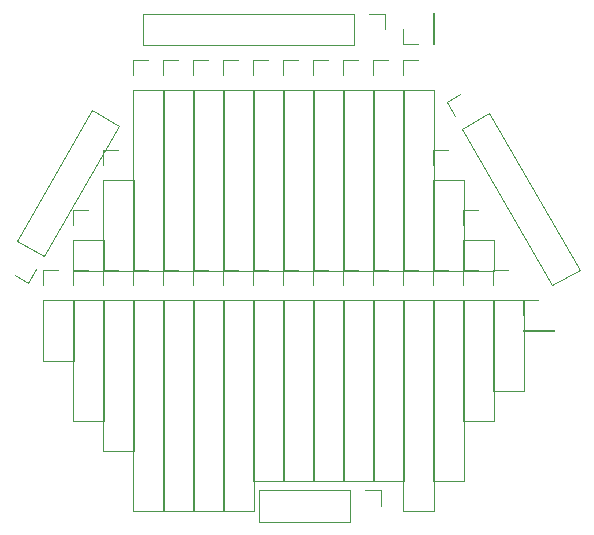
<source format=gbr>
G04 #@! TF.FileFunction,Legend,Top*
%FSLAX46Y46*%
G04 Gerber Fmt 4.6, Leading zero omitted, Abs format (unit mm)*
G04 Created by KiCad (PCBNEW 4.0.7-e2-6376~58~ubuntu14.04.1) date Sat Apr 21 17:00:56 2018*
%MOMM*%
%LPD*%
G01*
G04 APERTURE LIST*
%ADD10C,0.100000*%
%ADD11C,0.120000*%
G04 APERTURE END LIST*
D10*
D11*
X177370000Y-83670000D02*
X177370000Y-86330000D01*
X195210000Y-83670000D02*
X177370000Y-83670000D01*
X195210000Y-86330000D02*
X177370000Y-86330000D01*
X195210000Y-83670000D02*
X195210000Y-86330000D01*
X196480000Y-83670000D02*
X197810000Y-83670000D01*
X197810000Y-83670000D02*
X197810000Y-85000000D01*
X187190000Y-124010000D02*
X187190000Y-126670000D01*
X194870000Y-124010000D02*
X187190000Y-124010000D01*
X194870000Y-126670000D02*
X187190000Y-126670000D01*
X194870000Y-124010000D02*
X194870000Y-126670000D01*
X196140000Y-124010000D02*
X197470000Y-124010000D01*
X197470000Y-124010000D02*
X197470000Y-125340000D01*
X175336814Y-93173482D02*
X173033186Y-91843482D01*
X168956814Y-104223966D02*
X175336814Y-93173482D01*
X166653186Y-102893966D02*
X173033186Y-91843482D01*
X168956814Y-104223966D02*
X166653186Y-102893966D01*
X168321814Y-105323818D02*
X167656814Y-106475632D01*
X167656814Y-106475632D02*
X166505000Y-105810632D01*
X212023186Y-106665336D02*
X214326814Y-105335336D01*
X204373186Y-93415147D02*
X212023186Y-106665336D01*
X206676814Y-92085147D02*
X214326814Y-105335336D01*
X204373186Y-93415147D02*
X206676814Y-92085147D01*
X203738186Y-92315295D02*
X203073186Y-91163481D01*
X203073186Y-91163481D02*
X204225000Y-90498481D01*
X209490000Y-110550000D02*
X212150000Y-110550000D01*
X209490000Y-110490000D02*
X209490000Y-110550000D01*
X212150000Y-110490000D02*
X212150000Y-110550000D01*
X209490000Y-110490000D02*
X212150000Y-110490000D01*
X209490000Y-109220000D02*
X209490000Y-107890000D01*
X209490000Y-107890000D02*
X210820000Y-107890000D01*
X201990000Y-86260000D02*
X201990000Y-83600000D01*
X201930000Y-86260000D02*
X201990000Y-86260000D01*
X201930000Y-83600000D02*
X201990000Y-83600000D01*
X201930000Y-86260000D02*
X201930000Y-83600000D01*
X200660000Y-86260000D02*
X199330000Y-86260000D01*
X199330000Y-86260000D02*
X199330000Y-84930000D01*
X173930000Y-105470000D02*
X176590000Y-105470000D01*
X173930000Y-97790000D02*
X173930000Y-105470000D01*
X176590000Y-97790000D02*
X176590000Y-105470000D01*
X173930000Y-97790000D02*
X176590000Y-97790000D01*
X173930000Y-96520000D02*
X173930000Y-95190000D01*
X173930000Y-95190000D02*
X175260000Y-95190000D01*
X206950000Y-115630000D02*
X209610000Y-115630000D01*
X206950000Y-107950000D02*
X206950000Y-115630000D01*
X209610000Y-107950000D02*
X209610000Y-115630000D01*
X206950000Y-107950000D02*
X209610000Y-107950000D01*
X206950000Y-106680000D02*
X206950000Y-105350000D01*
X206950000Y-105350000D02*
X208280000Y-105350000D01*
X189170000Y-105470000D02*
X191830000Y-105470000D01*
X189170000Y-90170000D02*
X189170000Y-105470000D01*
X191830000Y-90170000D02*
X191830000Y-105470000D01*
X189170000Y-90170000D02*
X191830000Y-90170000D01*
X189170000Y-88900000D02*
X189170000Y-87570000D01*
X189170000Y-87570000D02*
X190500000Y-87570000D01*
X191710000Y-105470000D02*
X194370000Y-105470000D01*
X191710000Y-90170000D02*
X191710000Y-105470000D01*
X194370000Y-90170000D02*
X194370000Y-105470000D01*
X191710000Y-90170000D02*
X194370000Y-90170000D01*
X191710000Y-88900000D02*
X191710000Y-87570000D01*
X191710000Y-87570000D02*
X193040000Y-87570000D01*
X194250000Y-105470000D02*
X196910000Y-105470000D01*
X194250000Y-90170000D02*
X194250000Y-105470000D01*
X196910000Y-90170000D02*
X196910000Y-105470000D01*
X194250000Y-90170000D02*
X196910000Y-90170000D01*
X194250000Y-88900000D02*
X194250000Y-87570000D01*
X194250000Y-87570000D02*
X195580000Y-87570000D01*
X196790000Y-105470000D02*
X199450000Y-105470000D01*
X196790000Y-90170000D02*
X196790000Y-105470000D01*
X199450000Y-90170000D02*
X199450000Y-105470000D01*
X196790000Y-90170000D02*
X199450000Y-90170000D01*
X196790000Y-88900000D02*
X196790000Y-87570000D01*
X196790000Y-87570000D02*
X198120000Y-87570000D01*
X199330000Y-105470000D02*
X201990000Y-105470000D01*
X199330000Y-90170000D02*
X199330000Y-105470000D01*
X201990000Y-90170000D02*
X201990000Y-105470000D01*
X199330000Y-90170000D02*
X201990000Y-90170000D01*
X199330000Y-88900000D02*
X199330000Y-87570000D01*
X199330000Y-87570000D02*
X200660000Y-87570000D01*
X186630000Y-105470000D02*
X189290000Y-105470000D01*
X186630000Y-90170000D02*
X186630000Y-105470000D01*
X189290000Y-90170000D02*
X189290000Y-105470000D01*
X186630000Y-90170000D02*
X189290000Y-90170000D01*
X186630000Y-88900000D02*
X186630000Y-87570000D01*
X186630000Y-87570000D02*
X187960000Y-87570000D01*
X196790000Y-123250000D02*
X199450000Y-123250000D01*
X196790000Y-107950000D02*
X196790000Y-123250000D01*
X199450000Y-107950000D02*
X199450000Y-123250000D01*
X196790000Y-107950000D02*
X199450000Y-107950000D01*
X196790000Y-106680000D02*
X196790000Y-105350000D01*
X196790000Y-105350000D02*
X198120000Y-105350000D01*
X194250000Y-123250000D02*
X196910000Y-123250000D01*
X194250000Y-107950000D02*
X194250000Y-123250000D01*
X196910000Y-107950000D02*
X196910000Y-123250000D01*
X194250000Y-107950000D02*
X196910000Y-107950000D01*
X194250000Y-106680000D02*
X194250000Y-105350000D01*
X194250000Y-105350000D02*
X195580000Y-105350000D01*
X176470000Y-105470000D02*
X179130000Y-105470000D01*
X176470000Y-90170000D02*
X176470000Y-105470000D01*
X179130000Y-90170000D02*
X179130000Y-105470000D01*
X176470000Y-90170000D02*
X179130000Y-90170000D01*
X176470000Y-88900000D02*
X176470000Y-87570000D01*
X176470000Y-87570000D02*
X177800000Y-87570000D01*
X179010000Y-105470000D02*
X181670000Y-105470000D01*
X179010000Y-90170000D02*
X179010000Y-105470000D01*
X181670000Y-90170000D02*
X181670000Y-105470000D01*
X179010000Y-90170000D02*
X181670000Y-90170000D01*
X179010000Y-88900000D02*
X179010000Y-87570000D01*
X179010000Y-87570000D02*
X180340000Y-87570000D01*
X181550000Y-105470000D02*
X184210000Y-105470000D01*
X181550000Y-90170000D02*
X181550000Y-105470000D01*
X184210000Y-90170000D02*
X184210000Y-105470000D01*
X181550000Y-90170000D02*
X184210000Y-90170000D01*
X181550000Y-88900000D02*
X181550000Y-87570000D01*
X181550000Y-87570000D02*
X182880000Y-87570000D01*
X184090000Y-105470000D02*
X186750000Y-105470000D01*
X184090000Y-90170000D02*
X184090000Y-105470000D01*
X186750000Y-90170000D02*
X186750000Y-105470000D01*
X184090000Y-90170000D02*
X186750000Y-90170000D01*
X184090000Y-88900000D02*
X184090000Y-87570000D01*
X184090000Y-87570000D02*
X185420000Y-87570000D01*
X186630000Y-123250000D02*
X189290000Y-123250000D01*
X186630000Y-107950000D02*
X186630000Y-123250000D01*
X189290000Y-107950000D02*
X189290000Y-123250000D01*
X186630000Y-107950000D02*
X189290000Y-107950000D01*
X186630000Y-106680000D02*
X186630000Y-105350000D01*
X186630000Y-105350000D02*
X187960000Y-105350000D01*
X189170000Y-123250000D02*
X191830000Y-123250000D01*
X189170000Y-107950000D02*
X189170000Y-123250000D01*
X191830000Y-107950000D02*
X191830000Y-123250000D01*
X189170000Y-107950000D02*
X191830000Y-107950000D01*
X189170000Y-106680000D02*
X189170000Y-105350000D01*
X189170000Y-105350000D02*
X190500000Y-105350000D01*
X191710000Y-123250000D02*
X194370000Y-123250000D01*
X191710000Y-107950000D02*
X191710000Y-123250000D01*
X194370000Y-107950000D02*
X194370000Y-123250000D01*
X191710000Y-107950000D02*
X194370000Y-107950000D01*
X191710000Y-106680000D02*
X191710000Y-105350000D01*
X191710000Y-105350000D02*
X193040000Y-105350000D01*
X204410000Y-105470000D02*
X207070000Y-105470000D01*
X204410000Y-102870000D02*
X204410000Y-105470000D01*
X207070000Y-102870000D02*
X207070000Y-105470000D01*
X204410000Y-102870000D02*
X207070000Y-102870000D01*
X204410000Y-101600000D02*
X204410000Y-100270000D01*
X204410000Y-100270000D02*
X205740000Y-100270000D01*
X171390000Y-105470000D02*
X174050000Y-105470000D01*
X171390000Y-102870000D02*
X171390000Y-105470000D01*
X174050000Y-102870000D02*
X174050000Y-105470000D01*
X171390000Y-102870000D02*
X174050000Y-102870000D01*
X171390000Y-101600000D02*
X171390000Y-100270000D01*
X171390000Y-100270000D02*
X172720000Y-100270000D01*
X173930000Y-120710000D02*
X176590000Y-120710000D01*
X173930000Y-107950000D02*
X173930000Y-120710000D01*
X176590000Y-107950000D02*
X176590000Y-120710000D01*
X173930000Y-107950000D02*
X176590000Y-107950000D01*
X173930000Y-106680000D02*
X173930000Y-105350000D01*
X173930000Y-105350000D02*
X175260000Y-105350000D01*
X168850000Y-113090000D02*
X171510000Y-113090000D01*
X168850000Y-107950000D02*
X168850000Y-113090000D01*
X171510000Y-107950000D02*
X171510000Y-113090000D01*
X168850000Y-107950000D02*
X171510000Y-107950000D01*
X168850000Y-106680000D02*
X168850000Y-105350000D01*
X168850000Y-105350000D02*
X170180000Y-105350000D01*
X184090000Y-125790000D02*
X186750000Y-125790000D01*
X184090000Y-107950000D02*
X184090000Y-125790000D01*
X186750000Y-107950000D02*
X186750000Y-125790000D01*
X184090000Y-107950000D02*
X186750000Y-107950000D01*
X184090000Y-106680000D02*
X184090000Y-105350000D01*
X184090000Y-105350000D02*
X185420000Y-105350000D01*
X181550000Y-125790000D02*
X184210000Y-125790000D01*
X181550000Y-107950000D02*
X181550000Y-125790000D01*
X184210000Y-107950000D02*
X184210000Y-125790000D01*
X181550000Y-107950000D02*
X184210000Y-107950000D01*
X181550000Y-106680000D02*
X181550000Y-105350000D01*
X181550000Y-105350000D02*
X182880000Y-105350000D01*
X179010000Y-125790000D02*
X181670000Y-125790000D01*
X179010000Y-107950000D02*
X179010000Y-125790000D01*
X181670000Y-107950000D02*
X181670000Y-125790000D01*
X179010000Y-107950000D02*
X181670000Y-107950000D01*
X179010000Y-106680000D02*
X179010000Y-105350000D01*
X179010000Y-105350000D02*
X180340000Y-105350000D01*
X176470000Y-125790000D02*
X179130000Y-125790000D01*
X176470000Y-107950000D02*
X176470000Y-125790000D01*
X179130000Y-107950000D02*
X179130000Y-125790000D01*
X176470000Y-107950000D02*
X179130000Y-107950000D01*
X176470000Y-106680000D02*
X176470000Y-105350000D01*
X176470000Y-105350000D02*
X177800000Y-105350000D01*
X204410000Y-118170000D02*
X207070000Y-118170000D01*
X204410000Y-107950000D02*
X204410000Y-118170000D01*
X207070000Y-107950000D02*
X207070000Y-118170000D01*
X204410000Y-107950000D02*
X207070000Y-107950000D01*
X204410000Y-106680000D02*
X204410000Y-105350000D01*
X204410000Y-105350000D02*
X205740000Y-105350000D01*
X171390000Y-118170000D02*
X174050000Y-118170000D01*
X171390000Y-107950000D02*
X171390000Y-118170000D01*
X174050000Y-107950000D02*
X174050000Y-118170000D01*
X171390000Y-107950000D02*
X174050000Y-107950000D01*
X171390000Y-106680000D02*
X171390000Y-105350000D01*
X171390000Y-105350000D02*
X172720000Y-105350000D01*
X201870000Y-123250000D02*
X204530000Y-123250000D01*
X201870000Y-107950000D02*
X201870000Y-123250000D01*
X204530000Y-107950000D02*
X204530000Y-123250000D01*
X201870000Y-107950000D02*
X204530000Y-107950000D01*
X201870000Y-106680000D02*
X201870000Y-105350000D01*
X201870000Y-105350000D02*
X203200000Y-105350000D01*
X199330000Y-125790000D02*
X201990000Y-125790000D01*
X199330000Y-107950000D02*
X199330000Y-125790000D01*
X201990000Y-107950000D02*
X201990000Y-125790000D01*
X199330000Y-107950000D02*
X201990000Y-107950000D01*
X199330000Y-106680000D02*
X199330000Y-105350000D01*
X199330000Y-105350000D02*
X200660000Y-105350000D01*
X201870000Y-105470000D02*
X204530000Y-105470000D01*
X201870000Y-97790000D02*
X201870000Y-105470000D01*
X204530000Y-97790000D02*
X204530000Y-105470000D01*
X201870000Y-97790000D02*
X204530000Y-97790000D01*
X201870000Y-96520000D02*
X201870000Y-95190000D01*
X201870000Y-95190000D02*
X203200000Y-95190000D01*
M02*

</source>
